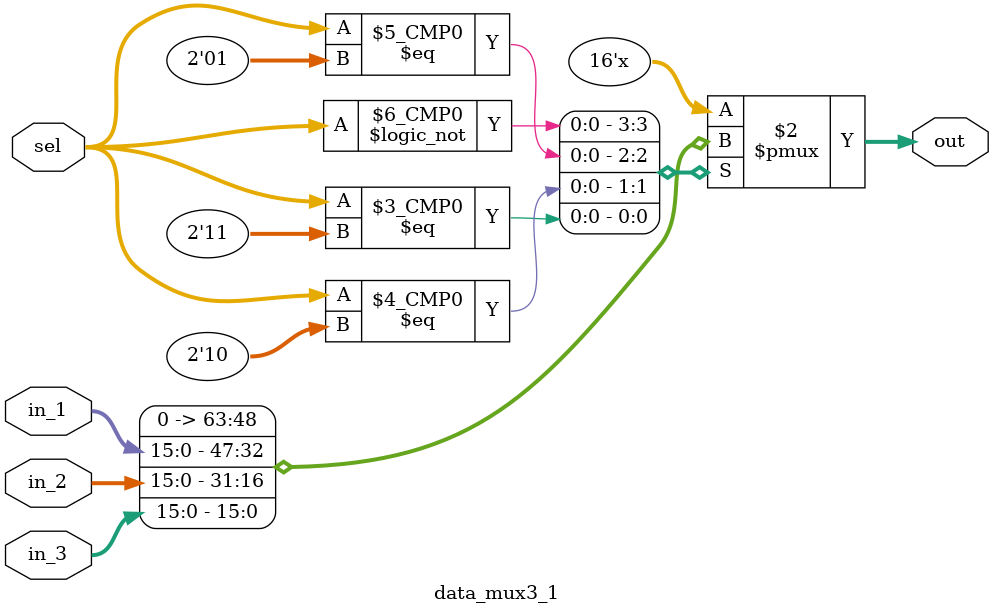
<source format=v>
module data_mux3_1 (
	in_1,
	in_2,
	in_3,
	sel,
	out
);

	parameter data_wl	= 16;
	
	input 	[data_wl-1:0]	in_1;
	input 	[data_wl-1:0] 	in_2;
	input 	[data_wl-1:0] 	in_3;
	input 	[1:0] 			sel;		//selection of input 1->in_1 and so on
	
	output 	[data_wl-1:0]	out;
	reg 	[data_wl-1:0]	out;
	
always @ (in_1 or in_2 or in_3 or sel) 
	begin 
		case(sel)
			2'b00:
				begin
					out = 0;
				end				
			2'b01:
				begin
					out = in_1;
				end	
			2'b10:
				begin
					out = in_2;
				end	
			2'b11:
				begin
					out = in_3;
				end	
			default:
			     begin
                 end
		endcase
	end
endmodule
</source>
